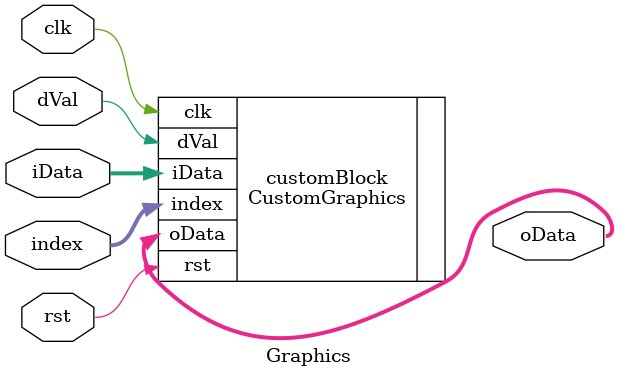
<source format=sv>
module Graphics(
    clk,
    rst,
    iData,
    index,
    oData,
    dVal
);

input logic clk, rst, dVal;
input logic [29:0] iData;
input logic [4:0] index;
output logic [35:0] oData;

CustomGraphics customBlock(
    .clk(clk),
    .rst(rst),
    .iData(iData),
    .index(index),
    .oData(oData),
    .dVal(dVal)
);

endmodule

</source>
